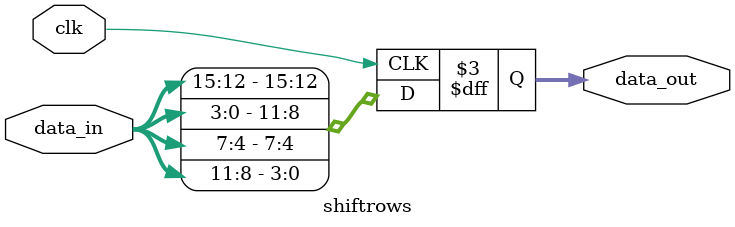
<source format=v>
`timescale 1ns / 1ps
module shiftrows(clk,data_in,data_out
    );
	 input clk;
	 input [15:0]data_in;
	 output reg [15:0]data_out=15'b0;
	 
	 always@(posedge clk)
	 begin
	 data_out[15:12]<=data_in[15:12];
	 data_out[7:4]<=data_in[7:4];
	 data_out[11:8]<=data_in[3:0];
	 data_out[3:0]<= data_in[11:8];
	 
	 end
endmodule

</source>
